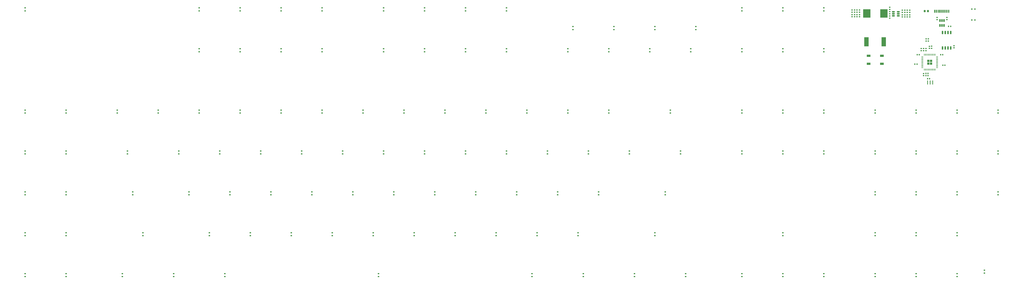
<source format=gbr>
%TF.GenerationSoftware,KiCad,Pcbnew,(6.0.7)*%
%TF.CreationDate,2022-09-27T13:03:32-04:00*%
%TF.ProjectId,SweetBusiness,53776565-7442-4757-9369-6e6573732e6b,rev?*%
%TF.SameCoordinates,Original*%
%TF.FileFunction,Paste,Bot*%
%TF.FilePolarity,Positive*%
%FSLAX46Y46*%
G04 Gerber Fmt 4.6, Leading zero omitted, Abs format (unit mm)*
G04 Created by KiCad (PCBNEW (6.0.7)) date 2022-09-27 13:03:32*
%MOMM*%
%LPD*%
G01*
G04 APERTURE LIST*
G04 Aperture macros list*
%AMRoundRect*
0 Rectangle with rounded corners*
0 $1 Rounding radius*
0 $2 $3 $4 $5 $6 $7 $8 $9 X,Y pos of 4 corners*
0 Add a 4 corners polygon primitive as box body*
4,1,4,$2,$3,$4,$5,$6,$7,$8,$9,$2,$3,0*
0 Add four circle primitives for the rounded corners*
1,1,$1+$1,$2,$3*
1,1,$1+$1,$4,$5*
1,1,$1+$1,$6,$7*
1,1,$1+$1,$8,$9*
0 Add four rect primitives between the rounded corners*
20,1,$1+$1,$2,$3,$4,$5,0*
20,1,$1+$1,$4,$5,$6,$7,0*
20,1,$1+$1,$6,$7,$8,$9,0*
20,1,$1+$1,$8,$9,$2,$3,0*%
G04 Aperture macros list end*
%ADD10RoundRect,0.147500X-0.172500X0.147500X-0.172500X-0.147500X0.172500X-0.147500X0.172500X0.147500X0*%
%ADD11R,0.700000X0.600000*%
%ADD12RoundRect,0.147500X0.172500X-0.147500X0.172500X0.147500X-0.172500X0.147500X-0.172500X-0.147500X0*%
%ADD13RoundRect,0.150000X0.150000X-0.512500X0.150000X0.512500X-0.150000X0.512500X-0.150000X-0.512500X0*%
%ADD14RoundRect,0.250000X0.292217X0.292217X-0.292217X0.292217X-0.292217X-0.292217X0.292217X-0.292217X0*%
%ADD15RoundRect,0.050000X0.387500X0.050000X-0.387500X0.050000X-0.387500X-0.050000X0.387500X-0.050000X0*%
%ADD16RoundRect,0.050000X0.050000X0.387500X-0.050000X0.387500X-0.050000X-0.387500X0.050000X-0.387500X0*%
%ADD17RoundRect,0.147500X-0.147500X-0.172500X0.147500X-0.172500X0.147500X0.172500X-0.147500X0.172500X0*%
%ADD18RoundRect,0.147500X0.147500X0.172500X-0.147500X0.172500X-0.147500X-0.172500X0.147500X-0.172500X0*%
%ADD19R,2.000000X4.200000*%
%ADD20RoundRect,0.150000X0.150000X-0.650000X0.150000X0.650000X-0.150000X0.650000X-0.150000X-0.650000X0*%
%ADD21R,1.800000X1.100000*%
%ADD22R,0.600000X0.700000*%
%ADD23R,3.500000X4.000000*%
%ADD24R,0.400000X1.900000*%
%ADD25RoundRect,0.218750X0.218750X0.256250X-0.218750X0.256250X-0.218750X-0.256250X0.218750X-0.256250X0*%
%ADD26R,0.600000X1.450000*%
%ADD27R,0.300000X1.450000*%
%ADD28RoundRect,0.150000X-0.512500X-0.150000X0.512500X-0.150000X0.512500X0.150000X-0.512500X0.150000X0*%
G04 APERTURE END LIST*
D10*
%TO.C,CP4*%
X422941750Y135320900D03*
X422941750Y134350900D03*
%TD*%
D11*
%TO.C,D88*%
X310356250Y50706250D03*
X310356250Y49306250D03*
%TD*%
D10*
%TO.C,CP17*%
X397287750Y133263500D03*
X397287750Y132293500D03*
%TD*%
D11*
%TO.C,D11*%
X365125000Y136431250D03*
X365125000Y135031250D03*
%TD*%
%TO.C,D25*%
X346075000Y117381250D03*
X346075000Y115981250D03*
%TD*%
%TO.C,D103*%
X231775000Y31656250D03*
X231775000Y30256250D03*
%TD*%
%TO.C,D89*%
X407987500Y50706250D03*
X407987500Y49306250D03*
%TD*%
D12*
%TO.C,CP10*%
X400716750Y134452500D03*
X400716750Y135422500D03*
%TD*%
D11*
%TO.C,D71*%
X427037500Y69756250D03*
X427037500Y68356250D03*
%TD*%
%TO.C,D47*%
X407987500Y88806250D03*
X407987500Y87406250D03*
%TD*%
D10*
%TO.C,CP16*%
X398430750Y133263500D03*
X398430750Y132293500D03*
%TD*%
D11*
%TO.C,D59*%
X179387500Y69756250D03*
X179387500Y68356250D03*
%TD*%
D10*
%TO.C,RD1*%
X432746150Y121928750D03*
X432746150Y120958750D03*
%TD*%
D11*
%TO.C,D51*%
X12700000Y69756250D03*
X12700000Y68356250D03*
%TD*%
%TO.C,D82*%
X184150000Y50706250D03*
X184150000Y49306250D03*
%TD*%
D12*
%TO.C,RF1*%
X444658750Y117815500D03*
X444658750Y118785500D03*
%TD*%
D11*
%TO.C,D124*%
X407987500Y12606250D03*
X407987500Y11206250D03*
%TD*%
%TO.C,D125*%
X427037500Y12606250D03*
X427037500Y11206250D03*
%TD*%
%TO.C,D78*%
X107950000Y50706250D03*
X107950000Y49306250D03*
%TD*%
D13*
%TO.C,U3*%
X440020750Y128275500D03*
X439070750Y128275500D03*
X438120750Y128275500D03*
X438120750Y130550500D03*
X439070750Y130550500D03*
X440020750Y130550500D03*
%TD*%
D11*
%TO.C,D58*%
X160337500Y69756250D03*
X160337500Y68356250D03*
%TD*%
%TO.C,D1*%
X12700000Y136431250D03*
X12700000Y135031250D03*
%TD*%
%TO.C,D116*%
X177006250Y12606250D03*
X177006250Y11206250D03*
%TD*%
%TO.C,D27*%
X384175000Y117381250D03*
X384175000Y115981250D03*
%TD*%
%TO.C,D24*%
X322262500Y117381250D03*
X322262500Y115981250D03*
%TD*%
%TO.C,D17*%
X179387500Y117381250D03*
X179387500Y115981250D03*
%TD*%
%TO.C,D43*%
X312737500Y88806250D03*
X312737500Y87406250D03*
%TD*%
%TO.C,D113*%
X57943750Y12606250D03*
X57943750Y11206250D03*
%TD*%
%TO.C,D76*%
X62706250Y50706250D03*
X62706250Y49306250D03*
%TD*%
%TO.C,D60*%
X198437500Y69756250D03*
X198437500Y68356250D03*
%TD*%
%TO.C,D20*%
X236537500Y117381250D03*
X236537500Y115981250D03*
%TD*%
%TO.C,D72*%
X446087500Y69756250D03*
X446087500Y68356250D03*
%TD*%
%TO.C,D54*%
X84137500Y69756250D03*
X84137500Y68356250D03*
%TD*%
D14*
%TO.C,U0*%
X432750000Y110487500D03*
X432750000Y111762500D03*
X434025000Y110487500D03*
X434025000Y111762500D03*
D15*
X436825000Y113725000D03*
X436825000Y113325000D03*
X436825000Y112925000D03*
X436825000Y112525000D03*
X436825000Y112125000D03*
X436825000Y111725000D03*
X436825000Y111325000D03*
X436825000Y110925000D03*
X436825000Y110525000D03*
X436825000Y110125000D03*
X436825000Y109725000D03*
X436825000Y109325000D03*
X436825000Y108925000D03*
X436825000Y108525000D03*
D16*
X435987500Y107687500D03*
X435587500Y107687500D03*
X435187500Y107687500D03*
X434787500Y107687500D03*
X434387500Y107687500D03*
X433987500Y107687500D03*
X433587500Y107687500D03*
X433187500Y107687500D03*
X432787500Y107687500D03*
X432387500Y107687500D03*
X431987500Y107687500D03*
X431587500Y107687500D03*
X431187500Y107687500D03*
X430787500Y107687500D03*
D15*
X429950000Y108525000D03*
X429950000Y108925000D03*
X429950000Y109325000D03*
X429950000Y109725000D03*
X429950000Y110125000D03*
X429950000Y110525000D03*
X429950000Y110925000D03*
X429950000Y111325000D03*
X429950000Y111725000D03*
X429950000Y112125000D03*
X429950000Y112525000D03*
X429950000Y112925000D03*
X429950000Y113325000D03*
X429950000Y113725000D03*
D16*
X430787500Y114562500D03*
X431187500Y114562500D03*
X431587500Y114562500D03*
X431987500Y114562500D03*
X432387500Y114562500D03*
X432787500Y114562500D03*
X433187500Y114562500D03*
X433587500Y114562500D03*
X433987500Y114562500D03*
X434387500Y114562500D03*
X434787500Y114562500D03*
X435187500Y114562500D03*
X435587500Y114562500D03*
X435987500Y114562500D03*
%TD*%
D11*
%TO.C,DT4*%
X324643750Y126300000D03*
X324643750Y127700000D03*
%TD*%
%TO.C,D57*%
X141287500Y69756250D03*
X141287500Y68356250D03*
%TD*%
%TO.C,D101*%
X193675000Y31656250D03*
X193675000Y30256250D03*
%TD*%
%TO.C,D2*%
X93662500Y136431250D03*
X93662500Y135031250D03*
%TD*%
%TO.C,D120*%
X319881250Y12606250D03*
X319881250Y11206250D03*
%TD*%
D12*
%TO.C,C8*%
X430536350Y116494700D03*
X430536350Y117464700D03*
%TD*%
D17*
%TO.C,C2*%
X438458750Y114617500D03*
X439428750Y114617500D03*
%TD*%
D11*
%TO.C,D95*%
X67468750Y31656250D03*
X67468750Y30256250D03*
%TD*%
D18*
%TO.C,C10*%
X432570750Y105854500D03*
X431600750Y105854500D03*
%TD*%
D11*
%TO.C,D8*%
X217487500Y136431250D03*
X217487500Y135031250D03*
%TD*%
D10*
%TO.C,CP2*%
X420655750Y135320900D03*
X420655750Y134350900D03*
%TD*%
D11*
%TO.C,DT1*%
X267493750Y126300000D03*
X267493750Y127700000D03*
%TD*%
%TO.C,D63*%
X255587500Y69756250D03*
X255587500Y68356250D03*
%TD*%
%TO.C,D80*%
X146050000Y50706250D03*
X146050000Y49306250D03*
%TD*%
%TO.C,D12*%
X384175000Y136431250D03*
X384175000Y135031250D03*
%TD*%
%TO.C,D3*%
X112712500Y136431250D03*
X112712500Y135031250D03*
%TD*%
D18*
%TO.C,C5*%
X427453750Y110162500D03*
X426483750Y110162500D03*
%TD*%
D11*
%TO.C,D34*%
X131762500Y88806250D03*
X131762500Y87406250D03*
%TD*%
%TO.C,D104*%
X250825000Y31656250D03*
X250825000Y30256250D03*
%TD*%
D19*
%TO.C,TX0*%
X411987500Y120650000D03*
X403987500Y120650000D03*
%TD*%
D20*
%TO.C,U2*%
X443134750Y117748500D03*
X441864750Y117748500D03*
X440594750Y117748500D03*
X439324750Y117748500D03*
X439324750Y124948500D03*
X440594750Y124948500D03*
X441864750Y124948500D03*
X443134750Y124948500D03*
%TD*%
D11*
%TO.C,D61*%
X217487500Y69756250D03*
X217487500Y68356250D03*
%TD*%
%TO.C,D97*%
X117475000Y31656250D03*
X117475000Y30256250D03*
%TD*%
D12*
%TO.C,CP13*%
X397287750Y134452500D03*
X397287750Y135422500D03*
%TD*%
D10*
%TO.C,CP5*%
X424084750Y135320900D03*
X424084750Y134350900D03*
%TD*%
D11*
%TO.C,D13*%
X93662500Y117381250D03*
X93662500Y115981250D03*
%TD*%
%TO.C,D118*%
X272256250Y12606250D03*
X272256250Y11206250D03*
%TD*%
%TO.C,D45*%
X365125000Y88806250D03*
X365125000Y87406250D03*
%TD*%
%TO.C,D70*%
X407987500Y69756250D03*
X407987500Y68356250D03*
%TD*%
D12*
%TO.C,CP8*%
X422941750Y132191900D03*
X422941750Y133161900D03*
%TD*%
D11*
%TO.C,D91*%
X446087500Y50706250D03*
X446087500Y49306250D03*
%TD*%
%TO.C,D36*%
X169862500Y88806250D03*
X169862500Y87406250D03*
%TD*%
D10*
%TO.C,RP1*%
X414813750Y136692500D03*
X414813750Y135722500D03*
%TD*%
D11*
%TO.C,D79*%
X127000000Y50706250D03*
X127000000Y49306250D03*
%TD*%
%TO.C,D117*%
X248443750Y12606250D03*
X248443750Y11206250D03*
%TD*%
%TO.C,D39*%
X227012500Y88806250D03*
X227012500Y87406250D03*
%TD*%
%TO.C,D111*%
X12700000Y12606250D03*
X12700000Y11206250D03*
%TD*%
D21*
%TO.C,S2*%
X404982750Y114054500D03*
X411182750Y114054500D03*
X411182750Y110354500D03*
X404982750Y110354500D03*
%TD*%
D11*
%TO.C,D22*%
X284162500Y117381250D03*
X284162500Y115981250D03*
%TD*%
%TO.C,D53*%
X60325000Y69756250D03*
X60325000Y68356250D03*
%TD*%
%TO.C,D6*%
X179387500Y136431250D03*
X179387500Y135031250D03*
%TD*%
%TO.C,D92*%
X465137500Y50706250D03*
X465137500Y49306250D03*
%TD*%
%TO.C,D38*%
X207962500Y88806250D03*
X207962500Y87406250D03*
%TD*%
%TO.C,D110*%
X446087500Y31656250D03*
X446087500Y30256250D03*
%TD*%
%TO.C,D115*%
X105568750Y12606250D03*
X105568750Y11206250D03*
%TD*%
D18*
%TO.C,C6*%
X428506750Y114592100D03*
X427536750Y114592100D03*
%TD*%
D11*
%TO.C,D84*%
X222250000Y50706250D03*
X222250000Y49306250D03*
%TD*%
%TO.C,D18*%
X198437500Y117381250D03*
X198437500Y115981250D03*
%TD*%
D12*
%TO.C,RC1*%
X441356750Y130960000D03*
X441356750Y131930000D03*
%TD*%
D11*
%TO.C,D77*%
X88900000Y50706250D03*
X88900000Y49306250D03*
%TD*%
%TO.C,D83*%
X203200000Y50706250D03*
X203200000Y49306250D03*
%TD*%
D12*
%TO.C,RR1*%
X430561750Y104861500D03*
X430561750Y105831500D03*
%TD*%
D11*
%TO.C,D29*%
X31750000Y88806250D03*
X31750000Y87406250D03*
%TD*%
D18*
%TO.C,RX2*%
X433332750Y103441500D03*
X432362750Y103441500D03*
%TD*%
D22*
%TO.C,DA2*%
X452975750Y130746500D03*
X454375750Y130746500D03*
%TD*%
D11*
%TO.C,D85*%
X241300000Y50706250D03*
X241300000Y49306250D03*
%TD*%
%TO.C,D16*%
X150812500Y117381250D03*
X150812500Y115981250D03*
%TD*%
D12*
%TO.C,CP11*%
X399573750Y134452500D03*
X399573750Y135422500D03*
%TD*%
D11*
%TO.C,D74*%
X12700000Y50706250D03*
X12700000Y49306250D03*
%TD*%
%TO.C,D68*%
X365125000Y69756250D03*
X365125000Y68356250D03*
%TD*%
%TO.C,D28*%
X12700000Y88806250D03*
X12700000Y87406250D03*
%TD*%
%TO.C,D35*%
X150812500Y88806250D03*
X150812500Y87406250D03*
%TD*%
%TO.C,D33*%
X112712500Y88806250D03*
X112712500Y87406250D03*
%TD*%
%TO.C,D14*%
X112712500Y117381250D03*
X112712500Y115981250D03*
%TD*%
%TO.C,D106*%
X305593750Y31656250D03*
X305593750Y30256250D03*
%TD*%
%TO.C,D67*%
X346075000Y69756250D03*
X346075000Y68356250D03*
%TD*%
D18*
%TO.C,C4*%
X432570750Y104838500D03*
X431600750Y104838500D03*
%TD*%
D11*
%TO.C,D10*%
X346075000Y136431250D03*
X346075000Y135031250D03*
%TD*%
%TO.C,D30*%
X55562500Y88806250D03*
X55562500Y87406250D03*
%TD*%
%TO.C,D62*%
X236537500Y69756250D03*
X236537500Y68356250D03*
%TD*%
D12*
%TO.C,CP7*%
X421798750Y132191900D03*
X421798750Y133161900D03*
%TD*%
D10*
%TO.C,RC2*%
X436784750Y131930000D03*
X436784750Y130960000D03*
%TD*%
D11*
%TO.C,D41*%
X265112500Y88806250D03*
X265112500Y87406250D03*
%TD*%
D10*
%TO.C,CP14*%
X400716750Y133263500D03*
X400716750Y132293500D03*
%TD*%
D11*
%TO.C,D109*%
X427037500Y31656250D03*
X427037500Y30256250D03*
%TD*%
%TO.C,D98*%
X136525000Y31656250D03*
X136525000Y30256250D03*
%TD*%
%TO.C,D100*%
X174625000Y31656250D03*
X174625000Y30256250D03*
%TD*%
%TO.C,D19*%
X217487500Y117381250D03*
X217487500Y115981250D03*
%TD*%
%TO.C,D50*%
X465137500Y88806250D03*
X465137500Y87406250D03*
%TD*%
%TO.C,D69*%
X384175000Y69756250D03*
X384175000Y68356250D03*
%TD*%
D12*
%TO.C,C7*%
X429469550Y116494700D03*
X429469550Y117464700D03*
%TD*%
D11*
%TO.C,D55*%
X103187500Y69756250D03*
X103187500Y68356250D03*
%TD*%
%TO.C,D23*%
X303212500Y117381250D03*
X303212500Y115981250D03*
%TD*%
%TO.C,D75*%
X31750000Y50706250D03*
X31750000Y49306250D03*
%TD*%
%TO.C,D56*%
X122237500Y69756250D03*
X122237500Y68356250D03*
%TD*%
%TO.C,D4*%
X131762500Y136431250D03*
X131762500Y135031250D03*
%TD*%
D10*
%TO.C,CP15*%
X399573750Y133263500D03*
X399573750Y132293500D03*
%TD*%
D11*
%TO.C,D64*%
X274637500Y69756250D03*
X274637500Y68356250D03*
%TD*%
%TO.C,D127*%
X458787500Y12793750D03*
X458787500Y14193750D03*
%TD*%
%TO.C,D5*%
X150812500Y136431250D03*
X150812500Y135031250D03*
%TD*%
D18*
%TO.C,CF1*%
X443111750Y127825500D03*
X442141750Y127825500D03*
%TD*%
D11*
%TO.C,D65*%
X293687500Y69756250D03*
X293687500Y68356250D03*
%TD*%
%TO.C,D42*%
X284162500Y88806250D03*
X284162500Y87406250D03*
%TD*%
%TO.C,D108*%
X407987500Y31656250D03*
X407987500Y30256250D03*
%TD*%
D23*
%TO.C,LP1*%
X412082750Y133794500D03*
X404082750Y133794500D03*
%TD*%
D11*
%TO.C,D73*%
X465137500Y69756250D03*
X465137500Y68356250D03*
%TD*%
%TO.C,D93*%
X12700000Y31656250D03*
X12700000Y30256250D03*
%TD*%
D10*
%TO.C,RP2*%
X414813750Y134660500D03*
X414813750Y133690500D03*
%TD*%
D11*
%TO.C,D7*%
X198437500Y136431250D03*
X198437500Y135031250D03*
%TD*%
%TO.C,D119*%
X296068750Y12606250D03*
X296068750Y11206250D03*
%TD*%
D24*
%TO.C,Y0*%
X434809750Y101663500D03*
X433609750Y101663500D03*
X432409750Y101663500D03*
%TD*%
D11*
%TO.C,D96*%
X98425000Y31656250D03*
X98425000Y30256250D03*
%TD*%
%TO.C,D112*%
X31750000Y12606250D03*
X31750000Y11206250D03*
%TD*%
D12*
%TO.C,C9*%
X431603150Y116494700D03*
X431603150Y117464700D03*
%TD*%
%TO.C,C11*%
X434295550Y117586900D03*
X434295550Y118556900D03*
%TD*%
D11*
%TO.C,D40*%
X246062500Y88806250D03*
X246062500Y87406250D03*
%TD*%
D17*
%TO.C,C3*%
X439474750Y109664500D03*
X440444750Y109664500D03*
%TD*%
D12*
%TO.C,CP12*%
X398430750Y134452500D03*
X398430750Y135422500D03*
%TD*%
D25*
%TO.C,F1*%
X432587500Y134937500D03*
X431012500Y134937500D03*
%TD*%
D11*
%TO.C,D87*%
X279400000Y50706250D03*
X279400000Y49306250D03*
%TD*%
%TO.C,D31*%
X74612500Y88806250D03*
X74612500Y87406250D03*
%TD*%
D12*
%TO.C,CP9*%
X424084750Y132191900D03*
X424084750Y133161900D03*
%TD*%
D11*
%TO.C,D94*%
X31750000Y31656250D03*
X31750000Y30256250D03*
%TD*%
D22*
%TO.C,DA1*%
X452975750Y135826500D03*
X454375750Y135826500D03*
%TD*%
D11*
%TO.C,D49*%
X446087500Y88806250D03*
X446087500Y87406250D03*
%TD*%
%TO.C,D48*%
X427037500Y88806250D03*
X427037500Y87406250D03*
%TD*%
%TO.C,D102*%
X212725000Y31656250D03*
X212725000Y30256250D03*
%TD*%
%TO.C,D46*%
X384175000Y88806250D03*
X384175000Y87406250D03*
%TD*%
D12*
%TO.C,C1*%
X433254150Y117561500D03*
X433254150Y118531500D03*
%TD*%
%TO.C,CP6*%
X420655750Y132191900D03*
X420655750Y133161900D03*
%TD*%
D11*
%TO.C,D90*%
X427037500Y50706250D03*
X427037500Y49306250D03*
%TD*%
%TO.C,D107*%
X365125000Y31656250D03*
X365125000Y30256250D03*
%TD*%
%TO.C,D126*%
X446087500Y12606250D03*
X446087500Y11206250D03*
%TD*%
%TO.C,D114*%
X81756250Y12606250D03*
X81756250Y11206250D03*
%TD*%
%TO.C,D26*%
X365125000Y117381250D03*
X365125000Y115981250D03*
%TD*%
%TO.C,D15*%
X131762500Y117381250D03*
X131762500Y115981250D03*
%TD*%
%TO.C,D44*%
X346075000Y88806250D03*
X346075000Y87406250D03*
%TD*%
D10*
%TO.C,CP3*%
X421798750Y135320900D03*
X421798750Y134350900D03*
%TD*%
D11*
%TO.C,D99*%
X155575000Y31656250D03*
X155575000Y30256250D03*
%TD*%
%TO.C,D123*%
X384175000Y12606250D03*
X384175000Y11206250D03*
%TD*%
D10*
%TO.C,RD2*%
X431730150Y121928750D03*
X431730150Y120958750D03*
%TD*%
D11*
%TO.C,D52*%
X31750000Y69756250D03*
X31750000Y68356250D03*
%TD*%
%TO.C,D37*%
X188912500Y88806250D03*
X188912500Y87406250D03*
%TD*%
%TO.C,D66*%
X317500000Y69756250D03*
X317500000Y68356250D03*
%TD*%
D26*
%TO.C,J4*%
X435693750Y134861250D03*
X436493750Y134861250D03*
D27*
X437693750Y134861250D03*
X438693750Y134861250D03*
X439193750Y134861250D03*
X440193750Y134861250D03*
D26*
X441393750Y134861250D03*
X442193750Y134861250D03*
X442193750Y134861250D03*
X441393750Y134861250D03*
D27*
X440693750Y134861250D03*
X439693750Y134861250D03*
X438193750Y134861250D03*
X437193750Y134861250D03*
D26*
X436493750Y134861250D03*
X435693750Y134861250D03*
%TD*%
D11*
%TO.C,D105*%
X269875000Y31656250D03*
X269875000Y30256250D03*
%TD*%
%TO.C,D81*%
X165100000Y50706250D03*
X165100000Y49306250D03*
%TD*%
D28*
%TO.C,U1*%
X416470250Y132717500D03*
X416470250Y133667500D03*
X416470250Y134617500D03*
X418745250Y134617500D03*
X418745250Y133667500D03*
X418745250Y132717500D03*
%TD*%
D11*
%TO.C,D121*%
X346075000Y12606250D03*
X346075000Y11206250D03*
%TD*%
%TO.C,D32*%
X93662500Y88806250D03*
X93662500Y87406250D03*
%TD*%
%TO.C,D122*%
X365125000Y12606250D03*
X365125000Y11206250D03*
%TD*%
%TO.C,DT3*%
X305593750Y126300000D03*
X305593750Y127700000D03*
%TD*%
%TO.C,D86*%
X260350000Y50706250D03*
X260350000Y49306250D03*
%TD*%
%TO.C,DT2*%
X286543750Y126300000D03*
X286543750Y127700000D03*
%TD*%
%TO.C,D9*%
X236537500Y136431250D03*
X236537500Y135031250D03*
%TD*%
%TO.C,D21*%
X265112500Y117381250D03*
X265112500Y115981250D03*
%TD*%
D10*
%TO.C,CP1*%
X414813750Y132628500D03*
X414813750Y131658500D03*
%TD*%
M02*

</source>
